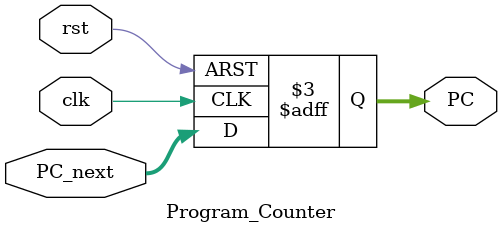
<source format=v>


module Program_Counter(
input wire [31:0] PC_next,
input wire        clk,
input wire        rst,
output reg [31:0] PC
    );
always @(posedge clk ,negedge rst)
begin
    if(!rst)
    begin
        PC<=32'b0;
    end
    else
    begin
    PC<=PC_next;
    end
end 

endmodule

</source>
